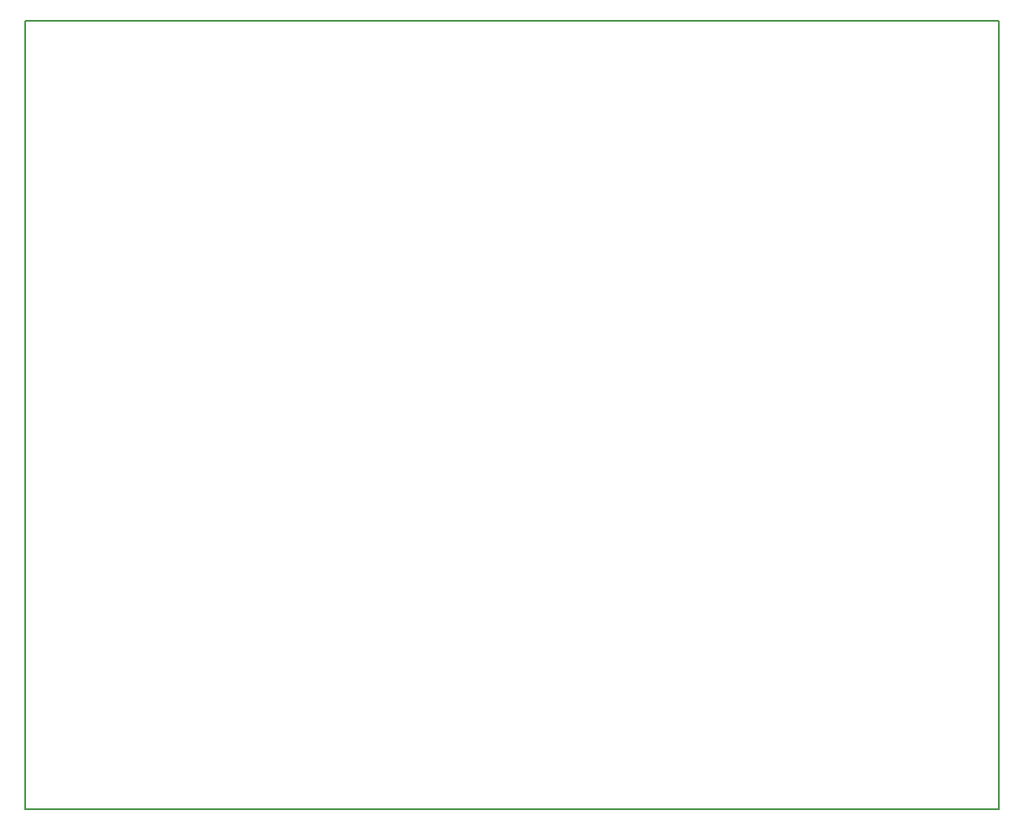
<source format=gbr>
%TF.GenerationSoftware,KiCad,Pcbnew,7.0.1*%
%TF.CreationDate,2023-04-20T13:06:00-06:00*%
%TF.ProjectId,Phase_B_ATMEGA,50686173-655f-4425-9f41-544d4547412e,rev?*%
%TF.SameCoordinates,Original*%
%TF.FileFunction,Profile,NP*%
%FSLAX46Y46*%
G04 Gerber Fmt 4.6, Leading zero omitted, Abs format (unit mm)*
G04 Created by KiCad (PCBNEW 7.0.1) date 2023-04-20 13:06:00*
%MOMM*%
%LPD*%
G01*
G04 APERTURE LIST*
%TA.AperFunction,Profile*%
%ADD10C,0.200000*%
%TD*%
G04 APERTURE END LIST*
D10*
X94920802Y-63495000D02*
X189920802Y-63495000D01*
X189920802Y-140495000D02*
X94920802Y-140495000D01*
X189920802Y-63495000D02*
X189920802Y-140495000D01*
X94920802Y-140495000D02*
X94920802Y-63495000D01*
M02*

</source>
